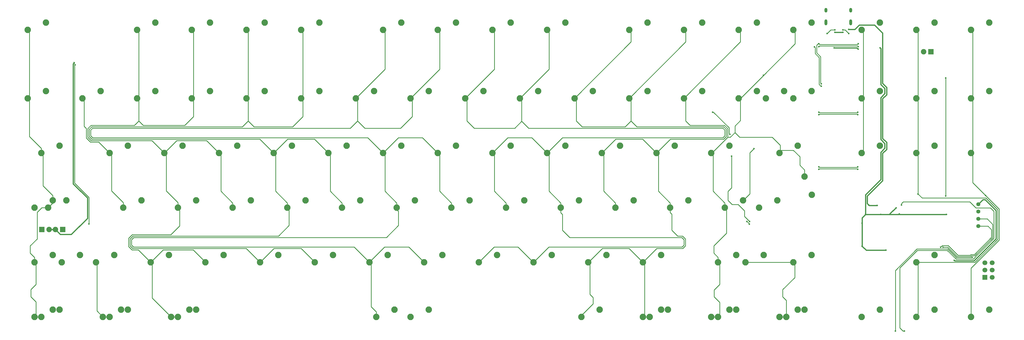
<source format=gtl>
G04 #@! TF.GenerationSoftware,KiCad,Pcbnew,(6.0.1-0)*
G04 #@! TF.CreationDate,2022-01-18T02:05:56+01:00*
G04 #@! TF.ProjectId,KBD8X-MK2,4b424438-582d-44d4-9b32-2e6b69636164,rev?*
G04 #@! TF.SameCoordinates,Original*
G04 #@! TF.FileFunction,Copper,L1,Top*
G04 #@! TF.FilePolarity,Positive*
%FSLAX46Y46*%
G04 Gerber Fmt 4.6, Leading zero omitted, Abs format (unit mm)*
G04 Created by KiCad (PCBNEW (6.0.1-0)) date 2022-01-18 02:05:56*
%MOMM*%
%LPD*%
G01*
G04 APERTURE LIST*
G04 #@! TA.AperFunction,ComponentPad*
%ADD10C,2.250000*%
G04 #@! TD*
G04 #@! TA.AperFunction,ComponentPad*
%ADD11C,1.905000*%
G04 #@! TD*
G04 #@! TA.AperFunction,ComponentPad*
%ADD12R,1.905000X1.905000*%
G04 #@! TD*
G04 #@! TA.AperFunction,ComponentPad*
%ADD13C,1.397000*%
G04 #@! TD*
G04 #@! TA.AperFunction,ComponentPad*
%ADD14O,1.000000X1.600000*%
G04 #@! TD*
G04 #@! TA.AperFunction,ComponentPad*
%ADD15O,1.000000X2.100000*%
G04 #@! TD*
G04 #@! TA.AperFunction,ComponentPad*
%ADD16C,1.700000*%
G04 #@! TD*
G04 #@! TA.AperFunction,ComponentPad*
%ADD17R,1.700000X1.700000*%
G04 #@! TD*
G04 #@! TA.AperFunction,ViaPad*
%ADD18C,0.600000*%
G04 #@! TD*
G04 #@! TA.AperFunction,Conductor*
%ADD19C,0.381000*%
G04 #@! TD*
G04 #@! TA.AperFunction,Conductor*
%ADD20C,0.254000*%
G04 #@! TD*
G04 APERTURE END LIST*
D10*
X325632500Y-233215000D03*
X331982500Y-230675000D03*
X306582500Y-233215000D03*
X312932500Y-230675000D03*
X149420000Y-176065000D03*
X155770000Y-173525000D03*
X168470000Y-176065000D03*
X174820000Y-173525000D03*
X187520000Y-176065000D03*
X193870000Y-173525000D03*
X206570000Y-176065000D03*
X212920000Y-173525000D03*
X225620000Y-176065000D03*
X231970000Y-173525000D03*
X244670000Y-176065000D03*
X251020000Y-173525000D03*
X263720000Y-176065000D03*
X270070000Y-173525000D03*
X301820000Y-176065000D03*
X308170000Y-173525000D03*
X320870000Y-176065000D03*
X327220000Y-173525000D03*
X354207500Y-214165000D03*
X360557500Y-211625000D03*
X339920000Y-176065000D03*
X346270000Y-173525000D03*
X344682500Y-233215000D03*
X351032500Y-230675000D03*
X335157500Y-214165000D03*
X341507500Y-211625000D03*
X358970000Y-176065000D03*
X365320000Y-173525000D03*
X349445000Y-195115000D03*
X355795000Y-192575000D03*
X392307500Y-195115000D03*
X398657500Y-192575000D03*
X373257500Y-214165000D03*
X379607500Y-211625000D03*
X368495000Y-195115000D03*
X374845000Y-192575000D03*
X130370000Y-176065000D03*
X136720000Y-173525000D03*
X163707500Y-214165000D03*
X170057500Y-211625000D03*
X249432500Y-233215000D03*
X255782500Y-230675000D03*
X387545000Y-176065000D03*
X393895000Y-173525000D03*
X378020000Y-176065000D03*
X384370000Y-173525000D03*
X397070000Y-176065000D03*
X403420000Y-173525000D03*
X211332500Y-233215000D03*
X217682500Y-230675000D03*
X137513750Y-214165000D03*
X143863750Y-211625000D03*
D11*
X140053750Y-221785000D03*
D12*
X142593750Y-221785000D03*
D10*
X132751250Y-214165000D03*
X139101250Y-211625000D03*
D11*
X137831250Y-221785000D03*
D12*
X135291250Y-221785000D03*
D10*
X201807500Y-214165000D03*
X208157500Y-211625000D03*
X420882500Y-195115000D03*
X427232500Y-192575000D03*
X439932500Y-252265000D03*
X446282500Y-249725000D03*
X197045000Y-195115000D03*
X203395000Y-192575000D03*
X130370000Y-152252500D03*
X136720000Y-149712500D03*
X220857500Y-214165000D03*
X227207500Y-211625000D03*
X168470000Y-152252500D03*
X174820000Y-149712500D03*
X187520000Y-152252500D03*
X193870000Y-149712500D03*
X206570000Y-152252500D03*
X212920000Y-149712500D03*
X225620000Y-152252500D03*
X231970000Y-149712500D03*
X254195000Y-152252500D03*
X260545000Y-149712500D03*
X273245000Y-152252500D03*
X279595000Y-149712500D03*
X292295000Y-152252500D03*
X298645000Y-149712500D03*
X311345000Y-152252500D03*
X317695000Y-149712500D03*
X339920000Y-152252500D03*
X346270000Y-149712500D03*
X358970000Y-152252500D03*
X365320000Y-149712500D03*
X378020000Y-152252500D03*
X384370000Y-149712500D03*
X397070000Y-152252500D03*
X403420000Y-149712500D03*
X239907500Y-214165000D03*
X246257500Y-211625000D03*
X258957500Y-214165000D03*
X265307500Y-211625000D03*
X439932500Y-176065000D03*
X446282500Y-173525000D03*
X292295000Y-195115000D03*
X298645000Y-192575000D03*
X420882500Y-176065000D03*
X427232500Y-173525000D03*
X278007500Y-214165000D03*
X284357500Y-211625000D03*
X297057500Y-214165000D03*
X303407500Y-211625000D03*
X316107500Y-214165000D03*
X322457500Y-211625000D03*
X180376250Y-252265000D03*
X186726250Y-249725000D03*
X182757500Y-252265000D03*
X189107500Y-249725000D03*
X132751250Y-252265000D03*
X139101250Y-249725000D03*
X135132500Y-252265000D03*
X141482500Y-249725000D03*
X420882500Y-252265000D03*
X427232500Y-249725000D03*
X156563750Y-252265000D03*
X162913750Y-249725000D03*
X158945000Y-252265000D03*
X165295000Y-249725000D03*
X142276250Y-233215000D03*
X148626250Y-230675000D03*
X132751250Y-233215000D03*
X139101250Y-230675000D03*
X154182500Y-233215000D03*
X160532500Y-230675000D03*
X287532500Y-233215000D03*
X293882500Y-230675000D03*
X268482500Y-233215000D03*
X274832500Y-230675000D03*
X311345000Y-195115000D03*
X317695000Y-192575000D03*
X330395000Y-195115000D03*
X336745000Y-192575000D03*
X458982500Y-152252500D03*
X465332500Y-149712500D03*
X458982500Y-195115000D03*
X465332500Y-192575000D03*
X458982500Y-176065000D03*
X465332500Y-173525000D03*
X420882500Y-152252500D03*
X427232500Y-149712500D03*
X158945000Y-195115000D03*
X165295000Y-192575000D03*
X216095000Y-195115000D03*
X222445000Y-192575000D03*
X323251250Y-252265000D03*
X329601250Y-249725000D03*
X344682500Y-252265000D03*
X351032500Y-249725000D03*
X394688750Y-252265000D03*
X401038750Y-249725000D03*
X392307500Y-252265000D03*
X398657500Y-249725000D03*
X385163750Y-214165000D03*
X391513750Y-211625000D03*
X347063750Y-252265000D03*
X353413750Y-249725000D03*
X368495000Y-252265000D03*
X374845000Y-249725000D03*
X370876250Y-252265000D03*
X377226250Y-249725000D03*
X380401250Y-233215000D03*
X386751250Y-230675000D03*
X370876250Y-233215000D03*
X377226250Y-230675000D03*
X397070000Y-233215000D03*
X403420000Y-230675000D03*
X458982500Y-252265000D03*
X465332500Y-249725000D03*
X182757500Y-214165000D03*
X189107500Y-211625000D03*
X251813750Y-252265000D03*
X258163750Y-249725000D03*
X263720000Y-252265000D03*
X270070000Y-249725000D03*
X235145000Y-195115000D03*
X241495000Y-192575000D03*
X273245000Y-195115000D03*
X279595000Y-192575000D03*
X439932500Y-233215000D03*
X446282500Y-230675000D03*
X230382500Y-233215000D03*
X236732500Y-230675000D03*
X177995000Y-195115000D03*
X184345000Y-192575000D03*
X192282500Y-233215000D03*
X198632500Y-230675000D03*
X254195000Y-195115000D03*
X260545000Y-192575000D03*
X173232500Y-233215000D03*
X179582500Y-230675000D03*
X401038750Y-203370000D03*
X403578750Y-209720000D03*
X282770000Y-176065000D03*
X289120000Y-173525000D03*
X135132500Y-195115000D03*
X141482500Y-192575000D03*
X439932500Y-152252500D03*
X446282500Y-149712500D03*
D11*
X442472500Y-159872500D03*
D12*
X445012500Y-159872500D03*
D13*
X461510000Y-220670000D03*
X461510000Y-218130000D03*
X461510000Y-215590000D03*
X461510000Y-213050000D03*
D10*
X439940000Y-195130000D03*
X446290000Y-192590000D03*
D14*
X408466250Y-145392125D03*
D15*
X417106250Y-149572125D03*
X408466250Y-149572125D03*
D14*
X417106250Y-145392125D03*
D16*
X466330000Y-233420000D03*
X463790000Y-233420000D03*
X466330000Y-235960000D03*
X463790000Y-235960000D03*
X466330000Y-238500000D03*
D17*
X463790000Y-238500000D03*
D18*
X429328000Y-229024000D03*
X411320000Y-158490000D03*
X422216000Y-216578000D03*
X432895805Y-214245805D03*
X421073000Y-219626000D03*
X427330000Y-158500000D03*
X434030000Y-216410000D03*
X419670000Y-158910000D03*
X450410000Y-216578000D03*
X427550000Y-216578000D03*
X421073000Y-227627000D03*
X146578471Y-163692890D03*
X423359000Y-213276000D03*
X426280000Y-213403000D03*
X453180000Y-232610700D03*
X416374000Y-152062000D03*
X405960000Y-157015000D03*
X406849000Y-170985000D03*
X419676000Y-157015000D03*
X419549000Y-199941000D03*
X405960000Y-199941000D03*
X404436000Y-158158000D03*
X405960000Y-158031000D03*
X419676000Y-158031000D03*
X406849000Y-171874000D03*
X405960000Y-181780000D03*
X419549000Y-181780000D03*
X405960000Y-180891000D03*
X419549000Y-180891000D03*
X383354000Y-193591000D03*
X419549000Y-200830000D03*
X405960000Y-200830000D03*
X411548000Y-153078000D03*
X414342000Y-153078000D03*
X386700000Y-168090000D03*
X440520000Y-209430000D03*
X464060000Y-209985700D03*
X411548000Y-152189000D03*
X408881000Y-153459000D03*
X414342000Y-152189000D03*
X416374000Y-153459000D03*
X450190000Y-210140000D03*
X450186700Y-168960000D03*
X146940000Y-164381000D03*
X151706000Y-219880000D03*
X374972000Y-188638000D03*
X369003000Y-180891000D03*
X381830000Y-218991000D03*
X375590000Y-196230000D03*
X381813108Y-219989503D03*
X380941000Y-218991000D03*
X459450000Y-231555700D03*
X432630000Y-257218000D03*
X434742207Y-213272207D03*
X435810000Y-257220000D03*
X448430008Y-228014300D03*
X449290325Y-228015700D03*
D19*
X422470000Y-229024000D02*
X421073000Y-227627000D01*
X151211180Y-210813962D02*
X151211180Y-217898820D01*
X428947000Y-193464000D02*
X427550000Y-194861000D01*
X151211180Y-217898820D02*
X145590000Y-223520000D01*
X140053750Y-221785000D02*
X137831250Y-221785000D01*
X427550000Y-216578000D02*
X430728000Y-216578000D01*
X146578471Y-163798101D02*
X146258180Y-164118392D01*
X434030000Y-216410000D02*
X434198000Y-216578000D01*
X421073000Y-219626000D02*
X421073000Y-227627000D01*
X427550000Y-171239000D02*
X428947000Y-172636000D01*
X427550000Y-175811000D02*
X427550000Y-190416000D01*
X427550000Y-158720000D02*
X427550000Y-171239000D01*
X428947000Y-174414000D02*
X427550000Y-175811000D01*
X419190572Y-158490000D02*
X411320000Y-158490000D01*
X146258180Y-164118392D02*
X146258180Y-205860962D01*
X434030000Y-216410000D02*
X433944000Y-216324000D01*
X419670000Y-158910000D02*
X419610572Y-158910000D01*
X421073000Y-217721000D02*
X422216000Y-216578000D01*
X428947000Y-191813000D02*
X428947000Y-193464000D01*
X419610572Y-158910000D02*
X419190572Y-158490000D01*
X428947000Y-172636000D02*
X428947000Y-174414000D01*
X430728000Y-216578000D02*
X433862000Y-216578000D01*
X427330000Y-158500000D02*
X427550000Y-158720000D01*
X433862000Y-216578000D02*
X434030000Y-216410000D01*
X427550000Y-216578000D02*
X422216000Y-216578000D01*
X141788750Y-223520000D02*
X140053750Y-221785000D01*
X433989000Y-216451000D02*
X434030000Y-216410000D01*
X145590000Y-223520000D02*
X141788750Y-223520000D01*
X146258180Y-205860962D02*
X151211180Y-210813962D01*
X421073000Y-219626000D02*
X421073000Y-217721000D01*
X427550000Y-204386000D02*
X422216000Y-209720000D01*
X430728000Y-216578000D02*
X430728000Y-216342000D01*
X427550000Y-190416000D02*
X428947000Y-191813000D01*
X146578471Y-163692890D02*
X146578471Y-163798101D01*
X427550000Y-194861000D02*
X427550000Y-204386000D01*
X430728000Y-216342000D02*
X432900000Y-214170000D01*
X422216000Y-209720000D02*
X422216000Y-216578000D01*
X429328000Y-229024000D02*
X422470000Y-229024000D01*
X434198000Y-216578000D02*
X450410000Y-216578000D01*
X140053750Y-221118250D02*
X140053750Y-221785000D01*
X423486000Y-213403000D02*
X423359000Y-213276000D01*
X422851000Y-212768000D02*
X422851000Y-210101000D01*
X453289480Y-232720180D02*
X460039820Y-232720180D01*
X428185000Y-176192000D02*
X429582000Y-174795000D01*
X429582000Y-191432000D02*
X428185000Y-190035000D01*
X429582000Y-193845000D02*
X429582000Y-191432000D01*
X418533000Y-152062000D02*
X416882000Y-152062000D01*
X463930000Y-211420000D02*
X463140000Y-211420000D01*
X429582000Y-172255000D02*
X428185000Y-170858000D01*
X420057000Y-150538000D02*
X418533000Y-152062000D01*
X428185000Y-153332000D02*
X425391000Y-150538000D01*
X416882000Y-152062000D02*
X416374000Y-152062000D01*
X423359000Y-213276000D02*
X422851000Y-212768000D01*
X428185000Y-170858000D02*
X428185000Y-153332000D01*
X422851000Y-210101000D02*
X428185000Y-204767000D01*
X425391000Y-150538000D02*
X420057000Y-150538000D01*
X467690000Y-215180000D02*
X463930000Y-211420000D01*
X463140000Y-211420000D02*
X461510000Y-213050000D01*
X460039820Y-232720180D02*
X467690000Y-225070000D01*
X467690000Y-225070000D02*
X467690000Y-215180000D01*
X428185000Y-190035000D02*
X428185000Y-176192000D01*
X428185000Y-204767000D02*
X428185000Y-195242000D01*
X426280000Y-213403000D02*
X423486000Y-213403000D01*
X428185000Y-195242000D02*
X429582000Y-193845000D01*
X429582000Y-174795000D02*
X429582000Y-172255000D01*
X453180000Y-232610700D02*
X453289480Y-232720180D01*
D20*
X139101250Y-209942250D02*
X135704000Y-206545000D01*
X150055000Y-185844000D02*
X150817000Y-186606000D01*
X135132500Y-195115000D02*
X135132500Y-193527500D01*
X132751250Y-233215000D02*
X133291000Y-233754750D01*
X131005000Y-175430000D02*
X131005000Y-152887500D01*
X154500000Y-233532500D02*
X154500000Y-250201250D01*
X131513000Y-242740000D02*
X131513000Y-245280000D01*
X150817000Y-186606000D02*
X150817000Y-189908000D01*
X131005000Y-176700000D02*
X130370000Y-176065000D01*
X150055000Y-176700000D02*
X150055000Y-185844000D01*
X131513000Y-245280000D02*
X133291000Y-247058000D01*
X130370000Y-176065000D02*
X131005000Y-175430000D01*
X163707500Y-212450500D02*
X159580000Y-208323000D01*
X131259000Y-227500000D02*
X131259000Y-230040000D01*
X139101250Y-211625000D02*
X139101250Y-212577500D01*
X133291000Y-251725250D02*
X132751250Y-252265000D01*
X133291000Y-233754750D02*
X133291000Y-240962000D01*
X135132500Y-193527500D02*
X131005000Y-189400000D01*
X133672000Y-215816000D02*
X133672000Y-225087000D01*
X135323000Y-214165000D02*
X133672000Y-215816000D01*
X135704000Y-195686500D02*
X135704000Y-206545000D01*
X154500000Y-250201250D02*
X154754000Y-250455250D01*
X131005000Y-189400000D02*
X131005000Y-176700000D01*
X150817000Y-189908000D02*
X152214000Y-191305000D01*
X132751250Y-252265000D02*
X135132500Y-252265000D01*
X154754000Y-250455250D02*
X156563750Y-252265000D01*
X156563750Y-252265000D02*
X158945000Y-252265000D01*
X139101250Y-211625000D02*
X139101250Y-209942250D01*
X159580000Y-195750000D02*
X158945000Y-195115000D01*
X155135000Y-191305000D02*
X158945000Y-195115000D01*
X135132500Y-195115000D02*
X135704000Y-195686500D01*
X131259000Y-230040000D02*
X132751250Y-231532250D01*
X163707500Y-214165000D02*
X163707500Y-212450500D01*
X131005000Y-152887500D02*
X130370000Y-152252500D01*
X132751250Y-231532250D02*
X132751250Y-233215000D01*
X152214000Y-191305000D02*
X155135000Y-191305000D01*
X154182500Y-233215000D02*
X154500000Y-233532500D01*
X159580000Y-208323000D02*
X159580000Y-195750000D01*
X139101250Y-212577500D02*
X137513750Y-214165000D01*
X149420000Y-176065000D02*
X150055000Y-176700000D01*
X133291000Y-240962000D02*
X131513000Y-242740000D01*
X137513750Y-214165000D02*
X135323000Y-214165000D01*
X133672000Y-225087000D02*
X131259000Y-227500000D01*
X133291000Y-247058000D02*
X133291000Y-251725250D01*
X406595000Y-170731000D02*
X406849000Y-170985000D01*
X405198000Y-160190000D02*
X405198000Y-157523000D01*
X405706000Y-157015000D02*
X405960000Y-157015000D01*
X405960000Y-157015000D02*
X406214000Y-157269000D01*
X419422000Y-157269000D02*
X419676000Y-157015000D01*
X406595000Y-161587000D02*
X405198000Y-160190000D01*
X406214000Y-157269000D02*
X407357000Y-157269000D01*
X406595000Y-161587000D02*
X406595000Y-170731000D01*
X407357000Y-157269000D02*
X419422000Y-157269000D01*
X405198000Y-157523000D02*
X405706000Y-157015000D01*
X406150500Y-200131500D02*
X419358500Y-200131500D01*
X405960000Y-199941000D02*
X406150500Y-200131500D01*
X419358500Y-200131500D02*
X419549000Y-199941000D01*
X406849000Y-171874000D02*
X406722000Y-171874000D01*
X419422000Y-157777000D02*
X406214000Y-157777000D01*
X404690000Y-158412000D02*
X404436000Y-158158000D01*
X406087000Y-161841000D02*
X404690000Y-160444000D01*
X404690000Y-160444000D02*
X404690000Y-158412000D01*
X406214000Y-157777000D02*
X405960000Y-158031000D01*
X406722000Y-171874000D02*
X406087000Y-171239000D01*
X419676000Y-158031000D02*
X419422000Y-157777000D01*
X406087000Y-171239000D02*
X406087000Y-161841000D01*
X405960000Y-181780000D02*
X406087000Y-181780000D01*
X406277500Y-181589500D02*
X419358500Y-181589500D01*
X406087000Y-181780000D02*
X406277500Y-181589500D01*
X419358500Y-181589500D02*
X419549000Y-181780000D01*
X406087000Y-180891000D02*
X406277500Y-181081500D01*
X405960000Y-180891000D02*
X406087000Y-180891000D01*
X419358500Y-181081500D02*
X419549000Y-180891000D01*
X406277500Y-181081500D02*
X419358500Y-181081500D01*
X381910000Y-209386000D02*
X381910000Y-195035000D01*
X379607500Y-211625000D02*
X379671000Y-211625000D01*
X381910000Y-195035000D02*
X383354000Y-193591000D01*
X379671000Y-211625000D02*
X381910000Y-209386000D01*
X419549000Y-200830000D02*
X419358500Y-200639500D01*
X419358500Y-200639500D02*
X406150500Y-200639500D01*
X406150500Y-200639500D02*
X405960000Y-200830000D01*
D19*
X413580000Y-153078000D02*
X411548000Y-153078000D01*
X414342000Y-153078000D02*
X413580000Y-153078000D01*
D20*
X216730000Y-195750000D02*
X216095000Y-195115000D01*
X205173000Y-185971000D02*
X207205000Y-183939000D01*
X207205000Y-152887500D02*
X207205000Y-175430000D01*
X152722000Y-185971000D02*
X151833000Y-186860000D01*
X151833000Y-189400000D02*
X152722000Y-190289000D01*
X220857500Y-212577500D02*
X216730000Y-208450000D01*
X230382500Y-233151500D02*
X225620000Y-228389000D01*
X211332500Y-233215000D02*
X206506500Y-228389000D01*
X226255000Y-175430000D02*
X225620000Y-176065000D01*
X209237000Y-185971000D02*
X222699000Y-185971000D01*
X167073000Y-224071000D02*
X217746000Y-224071000D01*
X239907500Y-214165000D02*
X239907500Y-212577500D01*
X206570000Y-152252500D02*
X207205000Y-152887500D01*
X235145000Y-195115000D02*
X230319000Y-190289000D01*
X221429000Y-220388000D02*
X221429000Y-214736500D01*
X239907500Y-212577500D02*
X235780000Y-208450000D01*
X166057000Y-227500000D02*
X166057000Y-225087000D01*
X230382500Y-233215000D02*
X230382500Y-233151500D01*
X151833000Y-186860000D02*
X151833000Y-189400000D01*
X152722000Y-190289000D02*
X211269000Y-190289000D01*
X216730000Y-208450000D02*
X216730000Y-195750000D01*
X222699000Y-185971000D02*
X226255000Y-182415000D01*
X166946000Y-228389000D02*
X166057000Y-227500000D01*
X207205000Y-175430000D02*
X206570000Y-176065000D01*
X203649000Y-185971000D02*
X205173000Y-185971000D01*
X206570000Y-176065000D02*
X207205000Y-176700000D01*
X225620000Y-228389000D02*
X216158500Y-228389000D01*
X226255000Y-182415000D02*
X226255000Y-176700000D01*
X166057000Y-225087000D02*
X167073000Y-224071000D01*
X220857500Y-214165000D02*
X220857500Y-212577500D01*
X207205000Y-183939000D02*
X209237000Y-185971000D01*
X206506500Y-228389000D02*
X166946000Y-228389000D01*
X220921000Y-190289000D02*
X216095000Y-195115000D01*
X207205000Y-183939000D02*
X207205000Y-182415000D01*
X226255000Y-176700000D02*
X225620000Y-176065000D01*
X225620000Y-152252500D02*
X226255000Y-152887500D01*
X216158500Y-228389000D02*
X211332500Y-233215000D01*
X235780000Y-195750000D02*
X235145000Y-195115000D01*
X211269000Y-190289000D02*
X216095000Y-195115000D01*
X207205000Y-176700000D02*
X207205000Y-182415000D01*
X230319000Y-190289000D02*
X220921000Y-190289000D01*
X203649000Y-185971000D02*
X152722000Y-185971000D01*
X221429000Y-214736500D02*
X220857500Y-214165000D01*
X217746000Y-224071000D02*
X221429000Y-220388000D01*
X235780000Y-208450000D02*
X235780000Y-195750000D01*
X226255000Y-152887500D02*
X226255000Y-175430000D01*
X197680000Y-208450000D02*
X197680000Y-195750000D01*
X182757500Y-212450500D02*
X178630000Y-208323000D01*
X182313000Y-190797000D02*
X177995000Y-195115000D01*
X170629000Y-185463000D02*
X185107000Y-185463000D01*
X188155000Y-152887500D02*
X188155000Y-175430000D01*
X182757500Y-214165000D02*
X182757500Y-212450500D01*
X197680000Y-195750000D02*
X197045000Y-195115000D01*
X182757500Y-252265000D02*
X180376250Y-252265000D01*
X169105000Y-176700000D02*
X169105000Y-182415000D01*
X165549000Y-227754000D02*
X165549000Y-224833000D01*
X188155000Y-175430000D02*
X187520000Y-176065000D01*
X173677000Y-190797000D02*
X177995000Y-195115000D01*
X192282500Y-233151500D02*
X188028000Y-228897000D01*
X151325000Y-189654000D02*
X152468000Y-190797000D01*
X169105000Y-175430000D02*
X168470000Y-176065000D01*
X166692000Y-228897000D02*
X165549000Y-227754000D01*
X169105000Y-183939000D02*
X169105000Y-182415000D01*
X192727000Y-190797000D02*
X182313000Y-190797000D01*
X152468000Y-190797000D02*
X173677000Y-190797000D01*
X173772250Y-245661000D02*
X173772250Y-233754750D01*
X167581000Y-185463000D02*
X169105000Y-183939000D01*
X169105000Y-183939000D02*
X170629000Y-185463000D01*
X165549000Y-224833000D02*
X166819000Y-223563000D01*
X201807500Y-214165000D02*
X201807500Y-212577500D01*
X183329000Y-214736500D02*
X182757500Y-214165000D01*
X188155000Y-182415000D02*
X188155000Y-176700000D01*
X168914500Y-228897000D02*
X166692000Y-228897000D01*
X166819000Y-223563000D02*
X180281000Y-223563000D01*
X201807500Y-212577500D02*
X197680000Y-208450000D01*
X187520000Y-152252500D02*
X188155000Y-152887500D01*
X168470000Y-176065000D02*
X169105000Y-176700000D01*
X197045000Y-195115000D02*
X192727000Y-190797000D01*
X178630000Y-208323000D02*
X178630000Y-195750000D01*
X173772250Y-233754750D02*
X173232500Y-233215000D01*
X173772250Y-245661000D02*
X180376250Y-252265000D01*
X169105000Y-152887500D02*
X169105000Y-175430000D01*
X168470000Y-152252500D02*
X169105000Y-152887500D01*
X188155000Y-176700000D02*
X187520000Y-176065000D01*
X152468000Y-185463000D02*
X151325000Y-186606000D01*
X185107000Y-185463000D02*
X188155000Y-182415000D01*
X173232500Y-233215000D02*
X168914500Y-228897000D01*
X192282500Y-233215000D02*
X192282500Y-233151500D01*
X166057000Y-185463000D02*
X167581000Y-185463000D01*
X177550500Y-228897000D02*
X173232500Y-233215000D01*
X166057000Y-185463000D02*
X152468000Y-185463000D01*
X180281000Y-223563000D02*
X183329000Y-220515000D01*
X188028000Y-228897000D02*
X177550500Y-228897000D01*
X183329000Y-220515000D02*
X183329000Y-214736500D01*
X151325000Y-186606000D02*
X151325000Y-189654000D01*
X178630000Y-195750000D02*
X177995000Y-195115000D01*
X260291000Y-186479000D02*
X264355000Y-182415000D01*
X258957500Y-214165000D02*
X258957500Y-214863500D01*
X249432500Y-233151500D02*
X254703000Y-227881000D01*
X254830000Y-195750000D02*
X254195000Y-195115000D01*
X259529000Y-189781000D02*
X254195000Y-195115000D01*
X273880000Y-165905000D02*
X273880000Y-152887500D01*
X242765000Y-186479000D02*
X245305000Y-183939000D01*
X264355000Y-176700000D02*
X263720000Y-176065000D01*
X263720000Y-176065000D02*
X273880000Y-165905000D01*
X273245000Y-195115000D02*
X267911000Y-189781000D01*
X152341000Y-189146000D02*
X152976000Y-189781000D01*
X264355000Y-182415000D02*
X264355000Y-176700000D01*
X258957500Y-214863500D02*
X259529000Y-215435000D01*
X278007500Y-214165000D02*
X278007500Y-212577500D01*
X244670000Y-176065000D02*
X254830000Y-165905000D01*
X254830000Y-152887500D02*
X254195000Y-152252500D01*
X258957500Y-214165000D02*
X258957500Y-212577500D01*
X251813750Y-250518750D02*
X250004000Y-248709000D01*
X251813750Y-252265000D02*
X251813750Y-250518750D01*
X258957500Y-212577500D02*
X254830000Y-208450000D01*
X152976000Y-189781000D02*
X248861000Y-189781000D01*
X244670000Y-176319000D02*
X245305000Y-176954000D01*
X250004000Y-248709000D02*
X250004000Y-233786500D01*
X249432500Y-233215000D02*
X249432500Y-233151500D01*
X244098500Y-227881000D02*
X249432500Y-233215000D01*
X267911000Y-189781000D02*
X259529000Y-189781000D01*
X250004000Y-233786500D02*
X249432500Y-233215000D01*
X167200000Y-227881000D02*
X244098500Y-227881000D01*
X278007500Y-212577500D02*
X273880000Y-208450000D01*
X166565000Y-227246000D02*
X167200000Y-227881000D01*
X167327000Y-224579000D02*
X166565000Y-225341000D01*
X273880000Y-195750000D02*
X273245000Y-195115000D01*
X248861000Y-189781000D02*
X254195000Y-195115000D01*
X152976000Y-186479000D02*
X152341000Y-187114000D01*
X245305000Y-183939000D02*
X245305000Y-182415000D01*
X263148500Y-227881000D02*
X268482500Y-233215000D01*
X259529000Y-220388000D02*
X255338000Y-224579000D01*
X241241000Y-186479000D02*
X152976000Y-186479000D01*
X245305000Y-176954000D02*
X245305000Y-182415000D01*
X273880000Y-208450000D02*
X273880000Y-195750000D01*
X245305000Y-183939000D02*
X247845000Y-186479000D01*
X254703000Y-227881000D02*
X263148500Y-227881000D01*
X247845000Y-186479000D02*
X260291000Y-186479000D01*
X166565000Y-225341000D02*
X166565000Y-227246000D01*
X241241000Y-186479000D02*
X242765000Y-186479000D01*
X152341000Y-187114000D02*
X152341000Y-189146000D01*
X254830000Y-165905000D02*
X254830000Y-152887500D01*
X259529000Y-215435000D02*
X259529000Y-220388000D01*
X244670000Y-176065000D02*
X244670000Y-176319000D01*
X273880000Y-152887500D02*
X273245000Y-152252500D01*
X254830000Y-208450000D02*
X254830000Y-195750000D01*
X255338000Y-224579000D02*
X167327000Y-224579000D01*
X302455000Y-184066000D02*
X300042000Y-186479000D01*
X285945000Y-186479000D02*
X283405000Y-183939000D01*
X292930000Y-165905000D02*
X292930000Y-152887500D01*
X316107500Y-214165000D02*
X316107500Y-216006500D01*
X316107500Y-214165000D02*
X316107500Y-212577500D01*
X372559000Y-189781000D02*
X373194000Y-189146000D01*
X302455000Y-184066000D02*
X302455000Y-176700000D01*
X292295000Y-195115000D02*
X297629000Y-189781000D01*
X306582500Y-233215000D02*
X306519000Y-233215000D01*
X358970000Y-225341000D02*
X358970000Y-227246000D01*
X311980000Y-208450000D02*
X311980000Y-195750000D01*
X297629000Y-189781000D02*
X306011000Y-189781000D01*
X292866500Y-227881000D02*
X287532500Y-233215000D01*
X319219000Y-224579000D02*
X358208000Y-224579000D01*
X316679000Y-216578000D02*
X316679000Y-222039000D01*
X358970000Y-227246000D02*
X358335000Y-227881000D01*
X302455000Y-176700000D02*
X301820000Y-176065000D01*
X316679000Y-222039000D02*
X319219000Y-224579000D01*
X311980000Y-152887500D02*
X311345000Y-152252500D01*
X311980000Y-165905000D02*
X311980000Y-152887500D01*
X292930000Y-152887500D02*
X292295000Y-152252500D01*
X306011000Y-189781000D02*
X311345000Y-195115000D01*
X373194000Y-187114000D02*
X372559000Y-186479000D01*
X297057500Y-212577500D02*
X292930000Y-208450000D01*
X358208000Y-224579000D02*
X358970000Y-225341000D01*
X292930000Y-208450000D02*
X292930000Y-195750000D01*
X316107500Y-212577500D02*
X311980000Y-208450000D01*
X301820000Y-176065000D02*
X311980000Y-165905000D01*
X300042000Y-186479000D02*
X285945000Y-186479000D01*
X311980000Y-195750000D02*
X311345000Y-195115000D01*
X358335000Y-227881000D02*
X311916500Y-227881000D01*
X311345000Y-195115000D02*
X316679000Y-189781000D01*
X316679000Y-189781000D02*
X372559000Y-189781000D01*
X372559000Y-186479000D02*
X304868000Y-186479000D01*
X306519000Y-233215000D02*
X301185000Y-227881000D01*
X301185000Y-227881000D02*
X292866500Y-227881000D01*
X297057500Y-214165000D02*
X297057500Y-212577500D01*
X292295000Y-195115000D02*
X292422000Y-195115000D01*
X316107500Y-216006500D02*
X316679000Y-216578000D01*
X311916500Y-227881000D02*
X306582500Y-233215000D01*
X292930000Y-195750000D02*
X292295000Y-195115000D01*
X282770000Y-176065000D02*
X292930000Y-165905000D01*
X283405000Y-176700000D02*
X282770000Y-176065000D01*
X304868000Y-186479000D02*
X302455000Y-184066000D01*
X373194000Y-189146000D02*
X373194000Y-187114000D01*
X283405000Y-183939000D02*
X283405000Y-176700000D01*
X327347000Y-247693000D02*
X327347000Y-245534000D01*
X354207500Y-214165000D02*
X354207500Y-215879500D01*
X354207500Y-215879500D02*
X354779000Y-216451000D01*
X349508500Y-228389000D02*
X344682500Y-233215000D01*
X345254000Y-233786500D02*
X345254000Y-251693500D01*
X338523000Y-185971000D02*
X323537000Y-185971000D01*
X350080000Y-195750000D02*
X349445000Y-195115000D01*
X325632500Y-233215000D02*
X325696000Y-233215000D01*
X372813000Y-190289000D02*
X373702000Y-189400000D01*
X354207500Y-212577500D02*
X350080000Y-208450000D01*
X327347000Y-245534000D02*
X326204000Y-244391000D01*
X340555000Y-183939000D02*
X338523000Y-185971000D01*
X331030000Y-208450000D02*
X331030000Y-195750000D01*
X339920000Y-176065000D02*
X359605000Y-156380000D01*
X335157500Y-212577500D02*
X331030000Y-208450000D01*
X354207500Y-214165000D02*
X354207500Y-212577500D01*
X350080000Y-208450000D02*
X350080000Y-195750000D01*
X372813000Y-185971000D02*
X342587000Y-185971000D01*
X325696000Y-233215000D02*
X330522000Y-228389000D01*
X331030000Y-195750000D02*
X330395000Y-195115000D01*
X344682500Y-252265000D02*
X347063750Y-252265000D01*
X320870000Y-176065000D02*
X340555000Y-156380000D01*
X335221000Y-190289000D02*
X344619000Y-190289000D01*
X340555000Y-183939000D02*
X340555000Y-176700000D01*
X340555000Y-176700000D02*
X339920000Y-176065000D01*
X326204000Y-244391000D02*
X326204000Y-233786500D01*
X323537000Y-185971000D02*
X321505000Y-183939000D01*
X359478000Y-227500000D02*
X358589000Y-228389000D01*
X358462000Y-224071000D02*
X359478000Y-225087000D01*
X330395000Y-195115000D02*
X335221000Y-190289000D01*
X344682500Y-233215000D02*
X345254000Y-233786500D01*
X373702000Y-186860000D02*
X372813000Y-185971000D01*
X345254000Y-251693500D02*
X344682500Y-252265000D01*
X349445000Y-195115000D02*
X354271000Y-190289000D01*
X354779000Y-222039000D02*
X356811000Y-224071000D01*
X359605000Y-152887500D02*
X358970000Y-152252500D01*
X344619000Y-190289000D02*
X349445000Y-195115000D01*
X340555000Y-156380000D02*
X340555000Y-152887500D01*
X321505000Y-183939000D02*
X321505000Y-176700000D01*
X321505000Y-176700000D02*
X320870000Y-176065000D01*
X358589000Y-228389000D02*
X349508500Y-228389000D01*
X330522000Y-228389000D02*
X339856500Y-228389000D01*
X339856500Y-228389000D02*
X344682500Y-233215000D01*
X354271000Y-190289000D02*
X372813000Y-190289000D01*
X326204000Y-233786500D02*
X325632500Y-233215000D01*
X354779000Y-216451000D02*
X354779000Y-222039000D01*
X373702000Y-189400000D02*
X373702000Y-186860000D01*
X359605000Y-156380000D02*
X359605000Y-152887500D01*
X323251250Y-251788750D02*
X327347000Y-247693000D01*
X340555000Y-152887500D02*
X339920000Y-152252500D01*
X356811000Y-224071000D02*
X358462000Y-224071000D01*
X335157500Y-214165000D02*
X335157500Y-212577500D01*
X359478000Y-225087000D02*
X359478000Y-227500000D01*
X342587000Y-185971000D02*
X340555000Y-183939000D01*
X323251250Y-252265000D02*
X323251250Y-251788750D01*
X394688750Y-246581750D02*
X394688750Y-247312000D01*
X378725000Y-176065000D02*
X386345000Y-168445000D01*
X370876250Y-233215000D02*
X370876250Y-231532250D01*
X393387000Y-242740000D02*
X393387000Y-245280000D01*
X369511000Y-245280000D02*
X369511000Y-242867000D01*
X374210000Y-186606000D02*
X374210000Y-186860000D01*
X368749000Y-195115000D02*
X374210000Y-189654000D01*
X369511000Y-242867000D02*
X371416000Y-240962000D01*
X378655000Y-181526000D02*
X378655000Y-176700000D01*
X392542451Y-194188418D02*
X397108418Y-194188418D01*
X368495000Y-195115000D02*
X368749000Y-195115000D01*
X371416000Y-247185000D02*
X369511000Y-245280000D01*
X378020000Y-176065000D02*
X378725000Y-176065000D01*
X374210000Y-189654000D02*
X374210000Y-186860000D01*
X397578000Y-233723000D02*
X397578000Y-238549000D01*
X373257500Y-214165000D02*
X373257500Y-212577500D01*
X370876250Y-231532250D02*
X369384000Y-230040000D01*
X397578000Y-238549000D02*
X393387000Y-242740000D01*
X401038750Y-201088750D02*
X401038750Y-203370000D01*
X378401000Y-189654000D02*
X389734000Y-189654000D01*
X370876250Y-252265000D02*
X371416000Y-251725250D01*
X378655000Y-156380000D02*
X378655000Y-152887500D01*
X371416000Y-233754750D02*
X370876250Y-233215000D01*
X358970000Y-176065000D02*
X378655000Y-156380000D01*
X397108418Y-194188418D02*
X399360000Y-196440000D01*
X376750000Y-185717000D02*
X376750000Y-188003000D01*
X392307500Y-252265000D02*
X394688750Y-252265000D01*
X373829000Y-223055000D02*
X373829000Y-214736500D01*
X361129000Y-185463000D02*
X359605000Y-183939000D01*
X394688750Y-247312000D02*
X394688750Y-252265000D01*
X378655000Y-176700000D02*
X378020000Y-176065000D01*
X376750000Y-188003000D02*
X378401000Y-189654000D01*
X397705000Y-157085000D02*
X397705000Y-152887500D01*
X369130000Y-208450000D02*
X369130000Y-195750000D01*
X399360000Y-196440000D02*
X399360000Y-199410000D01*
X378655000Y-152887500D02*
X378020000Y-152252500D01*
X386345000Y-168445000D02*
X397705000Y-157085000D01*
X369384000Y-227500000D02*
X373829000Y-223055000D01*
X369384000Y-230040000D02*
X369384000Y-227500000D01*
X392542451Y-192462451D02*
X392542451Y-194188418D01*
X369130000Y-195750000D02*
X368495000Y-195115000D01*
X378655000Y-181526000D02*
X378655000Y-182161000D01*
X374210000Y-189654000D02*
X374845000Y-189654000D01*
X373829000Y-214736500D02*
X373257500Y-214165000D01*
X371416000Y-240962000D02*
X371416000Y-233754750D01*
X386700000Y-168090000D02*
X386345000Y-168445000D01*
X374210000Y-186606000D02*
X373067000Y-185463000D01*
X374845000Y-189654000D02*
X375099000Y-189654000D01*
X397070000Y-233215000D02*
X397578000Y-233723000D01*
X373067000Y-185463000D02*
X361129000Y-185463000D01*
X378655000Y-183812000D02*
X376750000Y-185717000D01*
X378655000Y-182161000D02*
X378655000Y-183812000D01*
X371416000Y-251725250D02*
X371416000Y-247185000D01*
X397705000Y-152887500D02*
X397070000Y-152252500D01*
X359605000Y-183939000D02*
X359605000Y-176700000D01*
X399360000Y-199410000D02*
X401038750Y-201088750D01*
X375099000Y-189654000D02*
X376750000Y-188003000D01*
X373257500Y-212577500D02*
X369130000Y-208450000D01*
X397070000Y-233215000D02*
X380401250Y-233215000D01*
X370876250Y-252265000D02*
X368495000Y-252265000D01*
X393387000Y-245280000D02*
X394688750Y-246581750D01*
X359605000Y-176700000D02*
X358970000Y-176065000D01*
X389734000Y-189654000D02*
X392542451Y-192462451D01*
X440504000Y-233786500D02*
X440504000Y-247185000D01*
X440504000Y-251693500D02*
X439932500Y-252265000D01*
X464200000Y-210850000D02*
X468300000Y-214950000D01*
X439932500Y-176065000D02*
X440504000Y-175493500D01*
X420882500Y-176065000D02*
X421454000Y-175493500D01*
X420882500Y-176065000D02*
X421454000Y-176636500D01*
X440500000Y-194570000D02*
X440500000Y-176632500D01*
X468300000Y-214950000D02*
X468300000Y-225231000D01*
X421454000Y-194543500D02*
X420882500Y-195115000D01*
X440504000Y-175493500D02*
X440504000Y-152824000D01*
X439940000Y-195130000D02*
X440500000Y-194570000D01*
X440520000Y-209430000D02*
X441940000Y-210850000D01*
X421454000Y-152824000D02*
X420882500Y-152252500D01*
X441940000Y-210850000D02*
X464200000Y-210850000D01*
X440504000Y-195694000D02*
X439940000Y-195130000D01*
X440504000Y-152824000D02*
X439932500Y-152252500D01*
X439932500Y-233215000D02*
X440504000Y-233786500D01*
X440504000Y-247185000D02*
X440504000Y-251693500D01*
X421454000Y-175493500D02*
X421454000Y-152824000D01*
X440500000Y-176632500D02*
X439932500Y-176065000D01*
X440520000Y-209430000D02*
X440504000Y-209414000D01*
X440504000Y-209414000D02*
X440504000Y-195694000D01*
X468300000Y-225231000D02*
X460316000Y-233215000D01*
X421454000Y-176636500D02*
X421454000Y-194543500D01*
X460316000Y-233215000D02*
X439932500Y-233215000D01*
X459554000Y-195686500D02*
X459554000Y-205474000D01*
X459554000Y-205474000D02*
X468825000Y-214745000D01*
X458982500Y-235267500D02*
X458982500Y-252265000D01*
X459554000Y-176636500D02*
X458982500Y-176065000D01*
X458982500Y-176065000D02*
X459554000Y-175493500D01*
X459554000Y-175493500D02*
X459554000Y-152824000D01*
X458982500Y-195115000D02*
X459554000Y-194543500D01*
X468825000Y-225425000D02*
X458982500Y-235267500D01*
X458982500Y-195115000D02*
X459554000Y-195686500D01*
X459554000Y-194543500D02*
X459554000Y-176636500D01*
X468825000Y-214745000D02*
X468825000Y-225425000D01*
X459554000Y-152824000D02*
X458982500Y-152252500D01*
X411548000Y-152189000D02*
X410151000Y-152189000D01*
X410151000Y-152189000D02*
X408881000Y-153459000D01*
X414342000Y-152189000D02*
X414850000Y-152189000D01*
X414850000Y-152189000D02*
X415104000Y-152189000D01*
X415104000Y-152189000D02*
X416374000Y-153459000D01*
X450190000Y-210140000D02*
X450186700Y-210136700D01*
X450186700Y-210136700D02*
X450186700Y-168960000D01*
X146940000Y-164381000D02*
X146753000Y-164568000D01*
X146753000Y-205656000D02*
X151706000Y-210609000D01*
X146753000Y-164568000D02*
X146753000Y-205656000D01*
X151706000Y-210609000D02*
X151706000Y-219880000D01*
X374320000Y-211640000D02*
X375740000Y-213060000D01*
X375590000Y-196230000D02*
X375590000Y-207300000D01*
X374320000Y-208570000D02*
X374320000Y-211640000D01*
X380120000Y-217281000D02*
X381830000Y-218991000D01*
X375590000Y-207300000D02*
X374320000Y-208570000D01*
X374718000Y-188384000D02*
X374972000Y-188638000D01*
X380120000Y-215300000D02*
X380120000Y-217281000D01*
X375740000Y-213060000D02*
X377880000Y-213060000D01*
X377880000Y-213060000D02*
X380120000Y-215300000D01*
X369257000Y-180891000D02*
X374718000Y-186352000D01*
X374718000Y-186352000D02*
X374718000Y-188384000D01*
X369003000Y-180891000D02*
X369257000Y-180891000D01*
X381753605Y-219803605D02*
X380941000Y-218991000D01*
X381750000Y-219930000D02*
X381753605Y-219930000D01*
X381753605Y-219930000D02*
X381753605Y-219803605D01*
X450880000Y-228620000D02*
X440120022Y-228620000D01*
X453940000Y-231680000D02*
X450880000Y-228620000D01*
X440120022Y-228620000D02*
X432630000Y-236110022D01*
X459540000Y-231680000D02*
X453940000Y-231680000D01*
X432630000Y-236110022D02*
X432630000Y-257218000D01*
X466990000Y-215490000D02*
X466990000Y-224900000D01*
X465810000Y-214310000D02*
X466990000Y-215490000D01*
X440290000Y-229060000D02*
X434180000Y-235170000D01*
X453790000Y-232160000D02*
X450690000Y-229060000D01*
X434180000Y-256140000D02*
X435260000Y-257220000D01*
X434742207Y-212787793D02*
X435400000Y-212130000D01*
X450690000Y-229060000D02*
X440290000Y-229060000D01*
X435400000Y-212130000D02*
X458540000Y-212130000D01*
X434180000Y-235170000D02*
X434180000Y-256140000D01*
X460720000Y-214310000D02*
X465810000Y-214310000D01*
X435260000Y-257220000D02*
X435810000Y-257220000D01*
X466990000Y-224900000D02*
X459730000Y-232160000D01*
X458540000Y-212130000D02*
X460720000Y-214310000D01*
X434742207Y-213272207D02*
X434742207Y-212787793D01*
X459730000Y-232160000D02*
X453790000Y-232160000D01*
X459021027Y-230520069D02*
X460149975Y-230520069D01*
X466127360Y-221877360D02*
X464920000Y-220670000D01*
X449032919Y-227411389D02*
X451011389Y-227411389D01*
X466127360Y-224542684D02*
X466127360Y-221877360D01*
X460149975Y-230520069D02*
X466127360Y-224542684D01*
X454417360Y-230817360D02*
X458723736Y-230817360D01*
X464920000Y-220670000D02*
X461510000Y-220670000D01*
X448430008Y-228014300D02*
X449032919Y-227411389D01*
X458723736Y-230817360D02*
X459021027Y-230520069D01*
X451011389Y-227411389D02*
X454417360Y-230817360D01*
X464630000Y-218130000D02*
X461510000Y-218130000D01*
X454118658Y-231248680D02*
X458902394Y-231248680D01*
X466558680Y-224721342D02*
X466558680Y-220058680D01*
X458902394Y-231248680D02*
X459199685Y-230951389D01*
X460328633Y-230951389D02*
X466558680Y-224721342D01*
X449290325Y-228015700D02*
X450885678Y-228015700D01*
X459199685Y-230951389D02*
X460328633Y-230951389D01*
X450885678Y-228015700D02*
X454118658Y-231248680D01*
X466558680Y-220058680D02*
X464630000Y-218130000D01*
M02*

</source>
